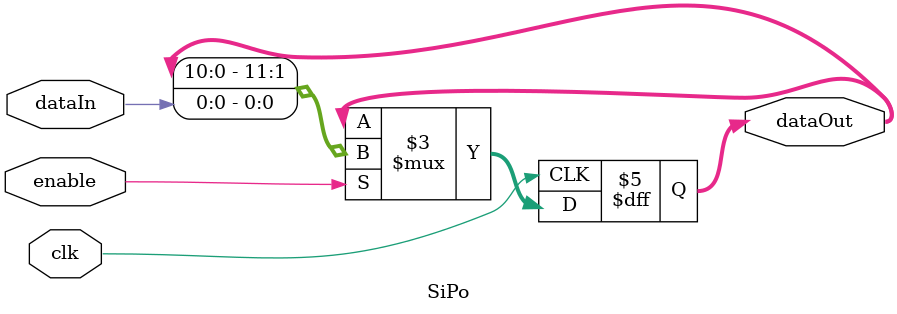
<source format=sv>


module SiPo #(
    parameter NUM_BITS = 12               // Number of bits in SPI word
) (
    input  logic                    clk,
    input  logic                    dataIn,
    input  logic                    enable,

    output logic [NUM_BITS-1:0]    dataOut
);

    always_ff @(posedge clk) begin
        if (enable) begin
            dataOut <= {dataOut[NUM_BITS-2:0], dataIn};
        end
        else begin
            dataOut <= dataOut;
        end
    end

endmodule
</source>
